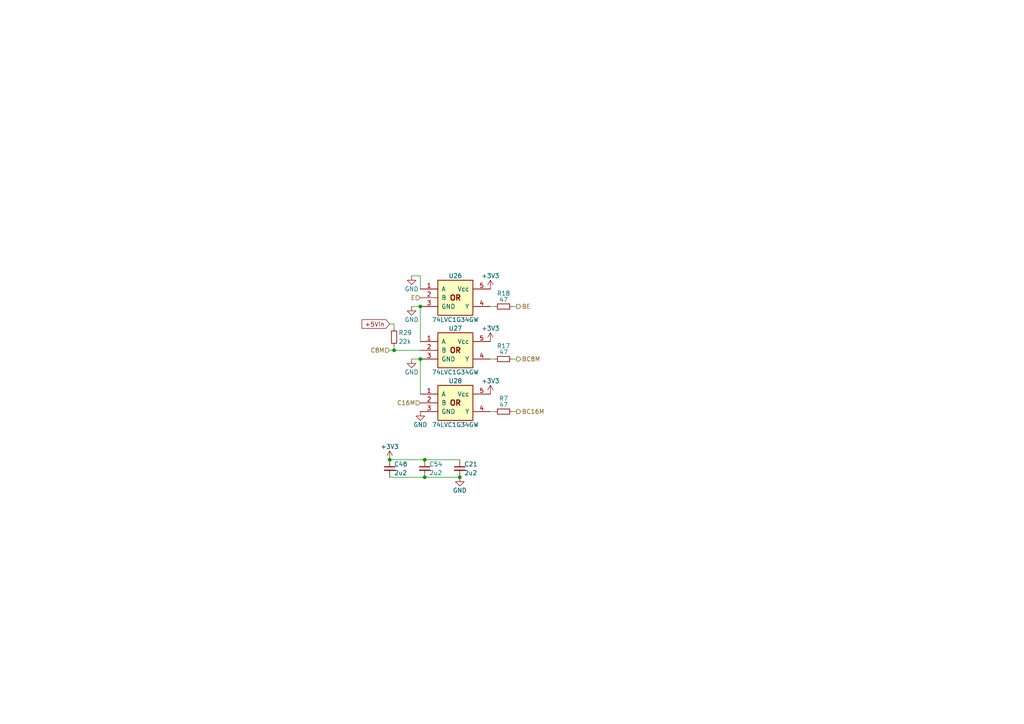
<source format=kicad_sch>
(kicad_sch (version 20231120) (generator "eeschema") (generator_version "8.0")
  (paper "A4")
  (title_block (title "WarpSE (GW4410A)") (date "2024-04-23") (rev "1.0") (company "Garrett's Workshop"))
  (lib_symbols
    (symbol "Device:C_Small" (pin_numbers hide) (pin_names (offset 0.254) hide)
      (property "Reference" "C" (at 0.254 1.778 0))
      (property "Value" "C_Small" (at 0.254 -2.032 0))
      (symbol "C_Small_0_1"
        (polyline (pts (xy -1.524 -0.508) (xy 1.524 -0.508)) (stroke (width 0.3302)))
        (polyline (pts (xy -1.524 0.508) (xy 1.524 0.508)) (stroke (width 0.3048)))
      )
      (symbol "C_Small_1_1"
        (pin passive line (at 0 2.54 270) (length 2.032) (name "~") (number "1"))
        (pin passive line (at 0 -2.54 90) (length 2.032) (name "~") (number "2"))
      )
    )
    (symbol "Device:R_Small" (pin_numbers hide) (pin_names (offset 0.254) hide)
      (property "Reference" "R" (at 0.762 0.508 0))
      (property "Value" "R_Small" (at 0.762 -1.016 0))
      (symbol "R_Small_0_1"
        (rectangle (start -0.762 1.778) (end 0.762 -1.778) (stroke (width 0.2032)))
      )
      (symbol "R_Small_1_1"
        (pin passive line (at 0 2.54 270) (length 0.762) (name "~") (number "1"))
        (pin passive line (at 0 -2.54 90) (length 0.762) (name "~") (number "2"))
      )
    )
    (symbol "GW_Logic:741G32GW" (pin_names (offset 1.016))
      (property "Reference" "U" (at 0 6.35 0))
      (property "Value" "741G32GW" (at 0 -6.35 0))
      (symbol "741G32GW_0_1"
        (rectangle (start -5.08 5.08) (end 5.08 -5.08) (stroke (width 0.254)) (fill (type background)))
      )
      (symbol "741G32GW_1_1"
        (text "OR" (at 0 0 0) (effects (font (size 1.524 1.524) (bold yes))))
        (pin input line (at -10.16 2.54 0) (length 5.08) (name "A") (number "1"))
        (pin input line (at -10.16 0 0) (length 5.08) (name "B") (number "2"))
        (pin power_in line (at -10.16 -2.54 0) (length 5.08) (name "GND") (number "3"))
        (pin output line (at 10.16 -2.54 180) (length 5.08) (name "Y") (number "4"))
        (pin power_in line (at 10.16 2.54 180) (length 5.08) (name "Vcc") (number "5"))
      )
    )
    (symbol "power:+3V3" (power) (pin_names (offset 0))
      (property "Value" "+3V3" (at 0 3.556 0))
      (symbol "+3V3_0_1"
        (polyline (pts (xy -0.762 1.27) (xy 0 2.54)))
        (polyline (pts (xy 0 0) (xy 0 2.54)))
        (polyline (pts (xy 0 2.54) (xy 0.762 1.27)))
      )
      (symbol "+3V3_1_1"
        (pin power_in line (at 0 0 90) (length 0) hide (name "+3V3") (number "1"))
      )
    )
    (symbol "power:GND" (power) (pin_names (offset 0))
      (property "Value" "GND" (at 0 -3.81 0))
      (symbol "GND_0_1"
        (polyline (pts (xy 0 0) (xy 0 -1.27) (xy 1.27 -1.27) (xy 0 -2.54) (xy -1.27 -1.27) (xy 0 -1.27)))
      )
      (symbol "GND_1_1"
        (pin power_in line (at 0 0 270) (length 0) hide (name "GND") (number "1"))
      )
    )
  )
  (junction (at 113.03 133.35))
  (junction (at 133.35 138.43))
  (junction (at 121.92 104.14))
  (junction (at 123.19 133.35))
  (junction (at 114.3 101.6))
  (junction (at 121.92 88.9))
  (junction (at 123.19 138.43))
  (wire (pts (xy 114.3 93.98) (xy 113.03 93.98)))
  (wire (pts (xy 119.38 80.01) (xy 121.92 80.01)))
  (wire (pts (xy 123.19 133.35) (xy 133.35 133.35)))
  (wire (pts (xy 121.92 80.01) (xy 121.92 83.82)))
  (wire (pts (xy 143.51 119.38) (xy 142.24 119.38)))
  (wire (pts (xy 123.19 138.43) (xy 133.35 138.43)))
  (wire (pts (xy 143.51 88.9) (xy 142.24 88.9)))
  (wire (pts (xy 143.51 104.14) (xy 142.24 104.14)))
  (wire (pts (xy 113.03 138.43) (xy 123.19 138.43)))
  (wire (pts (xy 121.92 104.14) (xy 121.92 114.3)))
  (wire (pts (xy 119.38 88.9) (xy 121.92 88.9)))
  (wire (pts (xy 121.92 88.9) (xy 121.92 99.06)))
  (wire (pts (xy 149.86 119.38) (xy 148.59 119.38)))
  (wire (pts (xy 114.3 100.33) (xy 114.3 101.6)))
  (wire (pts (xy 114.3 101.6) (xy 121.92 101.6)))
  (wire (pts (xy 114.3 93.98) (xy 114.3 95.25)))
  (wire (pts (xy 119.38 104.14) (xy 121.92 104.14)))
  (wire (pts (xy 113.03 133.35) (xy 123.19 133.35)))
  (wire (pts (xy 149.86 88.9) (xy 148.59 88.9)))
  (wire (pts (xy 149.86 104.14) (xy 148.59 104.14)))
  (wire (pts (xy 113.03 101.6) (xy 114.3 101.6)))
  (global_label "+5Vin" (shape input) (at 113.03 93.98 180) (property "Intersheetrefs" "${INTERSHEET_REFS}" (effects (hide yes))))
  (hierarchical_label "BE" (shape output) (at 149.86 88.9 0))
  (hierarchical_label "BC16M" (shape output) (at 149.86 119.38 0))
  (hierarchical_label "C16M" (shape input) (at 121.92 116.84 180))
  (hierarchical_label "E" (shape input) (at 121.92 86.36 180))
  (hierarchical_label "BC8M" (shape output) (at 149.86 104.14 0))
  (hierarchical_label "C8M" (shape input) (at 113.03 101.6 180))
  (symbol (lib_id "Device:C_Small") (at 113.03 135.89 0) (unit 1)
    (property "Reference" "C48" (at 114.3 134.62 0) (effects (justify left)))
    (property "Value" "2u2" (at 114.3 137.16 0) (effects (justify left)))
    (property "Footprint" "stdpads:C_0603" (effects (hide yes)))
    (property "LCSC Part" "C23630" (effects (hide yes)))
  )
  (symbol (lib_id "GW_Logic:741G32GW") (at 132.08 101.6 0) (unit 1)
    (property "Reference" "U27" (at 132.08 95.25 0))
    (property "Value" "74LVC1G34GW" (at 132.08 107.95 0))
    (property "Footprint" "stdpads:SOT-353" (effects (hide yes)))
    (property "LCSC Part" "C455045" (effects (hide yes)))
  )
  (symbol (lib_id "Device:R_Small") (at 146.05 88.9 270) (unit 1)
    (property "Reference" "R18" (at 146.05 85.09 90))
    (property "Value" "47" (at 146.05 87.63 90) (effects (justify bottom)))
    (property "Footprint" "stdpads:R_0603" (effects (hide yes)))
    (property "LCSC Part" "C23182" (effects (hide yes)))
  )
  (symbol (lib_id "power:GND") (at 121.92 119.38 0) (unit 1)
    (property "Reference" "#PWR02" (effects (hide yes)))
    (property "Value" "GND" (at 121.92 123.19 0))
  )
  (symbol (lib_id "power:GND") (at 133.35 138.43 0) (mirror y) (unit 1)
    (property "Reference" "#PWR019" (effects (hide yes)))
    (property "Value" "GND" (at 133.35 142.24 0))
  )
  (symbol (lib_id "Device:C_Small") (at 133.35 135.89 0) (unit 1)
    (property "Reference" "C21" (at 134.62 134.62 0) (effects (justify left)))
    (property "Value" "2u2" (at 134.62 137.16 0) (effects (justify left)))
    (property "Footprint" "stdpads:C_0603" (effects (hide yes)))
    (property "LCSC Part" "C23630" (effects (hide yes)))
  )
  (symbol (lib_id "Device:R_Small") (at 146.05 104.14 270) (unit 1)
    (property "Reference" "R17" (at 146.05 100.33 90))
    (property "Value" "47" (at 146.05 102.87 90) (effects (justify bottom)))
    (property "Footprint" "stdpads:R_0603" (effects (hide yes)))
    (property "LCSC Part" "C23182" (effects (hide yes)))
  )
  (symbol (lib_id "power:GND") (at 119.38 88.9 0) (unit 1)
    (property "Reference" "#PWR06" (effects (hide yes)))
    (property "Value" "GND" (at 119.38 92.71 0))
  )
  (symbol (lib_id "Device:C_Small") (at 123.19 135.89 0) (unit 1)
    (property "Reference" "C54" (at 124.46 134.62 0) (effects (justify left)))
    (property "Value" "2u2" (at 124.46 137.16 0) (effects (justify left)))
    (property "Footprint" "stdpads:C_0603" (effects (hide yes)))
    (property "LCSC Part" "C23630" (effects (hide yes)))
  )
  (symbol (lib_id "power:+3V3") (at 113.03 133.35 0) (unit 1)
    (property "Reference" "#PWR018" (effects (hide yes)))
    (property "Value" "+3V3" (at 113.03 129.54 0))
  )
  (symbol (lib_id "GW_Logic:741G32GW") (at 132.08 86.36 0) (unit 1)
    (property "Reference" "U26" (at 132.08 80.01 0))
    (property "Value" "74LVC1G34GW" (at 132.08 92.71 0))
    (property "Footprint" "stdpads:SOT-353" (effects (hide yes)))
    (property "LCSC Part" "C455045" (effects (hide yes)))
  )
  (symbol (lib_id "GW_Logic:741G32GW") (at 132.08 116.84 0) (unit 1)
    (property "Reference" "U28" (at 132.08 110.49 0))
    (property "Value" "74LVC1G34GW" (at 132.08 123.19 0))
    (property "Footprint" "stdpads:SOT-353" (effects (hide yes)))
    (property "LCSC Part" "C455045" (effects (hide yes)))
  )
  (symbol (lib_id "power:GND") (at 119.38 80.01 0) (unit 1)
    (property "Reference" "#PWR028" (effects (hide yes)))
    (property "Value" "GND" (at 119.38 83.82 0))
  )
  (symbol (lib_id "power:GND") (at 119.38 104.14 0) (unit 1)
    (property "Reference" "#PWR04" (effects (hide yes)))
    (property "Value" "GND" (at 119.38 107.95 0))
  )
  (symbol (lib_id "power:+3V3") (at 142.24 114.3 0) (unit 1)
    (property "Reference" "#PWR017" (effects (hide yes)))
    (property "Value" "+3V3" (at 142.24 110.49 0))
  )
  (symbol (lib_id "power:+3V3") (at 142.24 99.06 0) (unit 1)
    (property "Reference" "#PWR013" (effects (hide yes)))
    (property "Value" "+3V3" (at 142.24 95.25 0))
  )
  (symbol (lib_id "Device:R_Small") (at 146.05 119.38 270) (unit 1)
    (property "Reference" "R7" (at 146.05 115.57 90))
    (property "Value" "47" (at 146.05 118.11 90) (effects (justify bottom)))
    (property "Footprint" "stdpads:R_0603" (effects (hide yes)))
    (property "LCSC Part" "C23182" (effects (hide yes)))
  )
  (symbol (lib_id "Device:R_Small") (at 114.3 97.79 0) (unit 1)
    (property "Reference" "R29" (at 115.57 96.52 0) (effects (justify left)))
    (property "Value" "22k" (at 115.57 99.06 0) (effects (justify left)))
    (property "Footprint" "stdpads:R_0805" (effects (hide yes)))
    (property "Description" "Resistor, small symbol" (effects (hide yes)))
  )
  (symbol (lib_id "power:+3V3") (at 142.24 83.82 0) (unit 1)
    (property "Reference" "#PWR016" (effects (hide yes)))
    (property "Value" "+3V3" (at 142.24 80.01 0))
  )
)
</source>
